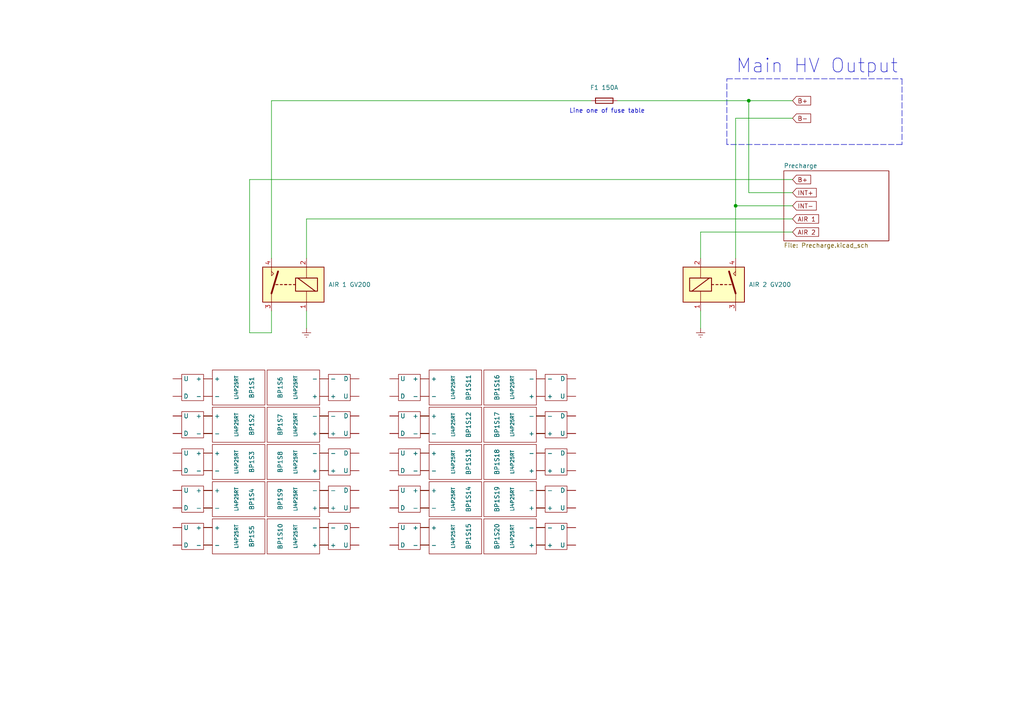
<source format=kicad_sch>
(kicad_sch (version 20211123) (generator eeschema)
  (paper "A4")
  (lib_symbols
    (symbol "AERO_Symbols:Li4P25RT"
      (property "Reference" "BP1S" (at 0 2.54 0))
      (property "Value" "Li4P25RT" (at 0 0 0))
      (symbol "Li4P25RT_0_1"
        (rectangle (start -5.08 7.62) (end 5.08 -7.62))
      )
      (symbol "Li4P25RT_1_1"
        (pin input line (at -2.54 -10.16 90) (length 2.54) (name "+") (number ""))
        (pin input line (at 2.54 -10.16 90) (length 2.54) (name "-") (number ""))
      )
    )
    (symbol "AERO_Symbols:T9VV1K15-12S" (pin_names (offset 1.016))
      (property "Reference" "K" (at 8.89 3.81 0))
      (property "Value" "T9VV1K15-12S" (at 8.89 1.27 0))
      (symbol "T9VV1K15-12S_0_0"
        (polyline (pts (xy 5.08 3.81) (xy 5.08 5.08)))
        (polyline (pts (xy 5.08 3.81) (xy 5.08 2.54) (xy 4.445 3.175) (xy 5.08 3.81)))
      )
      (symbol "T9VV1K15-12S_0_1"
        (rectangle (start -10.16 5.08) (end 7.62 -5.08) (stroke (width 0.254)) (fill (type background)))
        (rectangle (start -8.255 1.905) (end -1.905 -1.905) (stroke (width 0.254)))
        (polyline (pts (xy -7.62 -1.905) (xy -2.54 1.905)) (stroke (width 0.254)))
        (polyline (pts (xy -5.08 -5.08) (xy -5.08 -1.905)))
        (polyline (pts (xy -5.08 5.08) (xy -5.08 1.905)))
        (polyline (pts (xy -1.905 0) (xy -1.27 0)) (stroke (width 0.254)))
        (polyline (pts (xy -0.635 0) (xy 0 0)) (stroke (width 0.254)))
        (polyline (pts (xy 0.635 0) (xy 1.27 0)) (stroke (width 0.254)))
        (polyline (pts (xy 0.635 0) (xy 1.27 0)) (stroke (width 0.254)))
        (polyline (pts (xy 1.905 0) (xy 2.54 0)) (stroke (width 0.254)))
        (polyline (pts (xy 3.175 0) (xy 3.81 0)) (stroke (width 0.254)))
        (polyline (pts (xy 5.08 -2.54) (xy 3.175 3.81)) (stroke (width 0.508)))
        (polyline (pts (xy 5.08 -2.54) (xy 5.08 -5.08)))
      )
      (symbol "T9VV1K15-12S_1_1"
        (pin passive line (at -5.08 -7.62 90) (length 2.54) (name "~") (number "1"))
        (pin passive line (at -5.08 7.62 270) (length 2.54) (name "~") (number "2"))
        (pin passive line (at 5.08 -7.62 90) (length 2.54) (name "~") (number "3"))
        (pin passive line (at 5.08 7.62 270) (length 2.54) (name "~") (number "4"))
      )
    )
    (symbol "Device:Fuse" (pin_numbers hide) (pin_names (offset 0))
      (property "Reference" "F" (at 2.032 0 90))
      (property "Value" "Fuse" (at -1.905 0 90))
      (symbol "Fuse_0_1"
        (rectangle (start -0.762 -2.54) (end 0.762 2.54) (stroke (width 0.254)))
        (polyline (pts (xy 0 2.54) (xy 0 -2.54)))
      )
      (symbol "Fuse_1_1"
        (pin passive line (at 0 3.81 270) (length 1.27) (name "~") (number "1"))
        (pin passive line (at 0 -3.81 90) (length 1.27) (name "~") (number "2"))
      )
    )
    (symbol "UD_1"
      (property "Reference" "U" (at 0 0 0))
      (property "Value" "UD_1" (at 0 -2.54 0))
      (symbol "UD_1_0_1"
        (rectangle (start -3.81 2.54) (end 3.81 -3.81))
      )
      (symbol "UD_1_1_1"
        (pin input line (at 2.54 -6.35 90) (length 2.54) (name "+") (number ""))
        (pin input line (at -2.54 -6.35 90) (length 2.54) (name "-") (number ""))
        (pin input line (at -2.54 5.08 270) (length 2.54) (name "D") (number ""))
        (pin input line (at 2.54 5.08 270) (length 2.54) (name "U") (number ""))
      )
    )
    (symbol "power:Earth" (power) (pin_names (offset 0))
      (symbol "Earth_0_1"
        (polyline (pts (xy -0.635 -1.905) (xy 0.635 -1.905)))
        (polyline (pts (xy -0.127 -2.54) (xy 0.127 -2.54)))
        (polyline (pts (xy 0 -1.27) (xy 0 0)))
        (polyline (pts (xy 1.27 -1.27) (xy -1.27 -1.27)))
      )
      (symbol "Earth_1_1"
        (pin power_in line (at 0 0 270) (length 0) hide (name "Earth") (number "1"))
      )
    )
  )
  (junction (at 213.36 59.69))
  (junction (at 217.17 29.21))
  (wire (pts (xy 217.17 55.88) (xy 217.17 29.21)))
  (wire (pts (xy 155.575 131.445) (xy 158.115 131.445)))
  (wire (pts (xy 155.575 147.32) (xy 158.115 147.32)))
  (wire (pts (xy 92.71 109.855) (xy 95.25 109.855)))
  (wire (pts (xy 61.595 142.24) (xy 59.055 142.24)))
  (wire (pts (xy 61.595 136.525) (xy 59.055 136.525)))
  (wire (pts (xy 61.595 158.115) (xy 59.055 158.115)))
  (wire (pts (xy 229.87 59.69) (xy 213.36 59.69)))
  (wire (pts (xy 92.71 125.73) (xy 95.25 125.73)))
  (wire (pts (xy 88.9 63.5) (xy 88.9 74.93)))
  (wire (pts (xy 229.87 63.5) (xy 88.9 63.5)))
  (wire (pts (xy 155.575 125.73) (xy 158.115 125.73)))
  (wire (pts (xy 92.71 147.32) (xy 95.25 147.32)))
  (wire (pts (xy 92.71 158.115) (xy 95.25 158.115)))
  (wire (pts (xy 124.46 131.445) (xy 121.92 131.445)))
  (wire (pts (xy 88.9 90.17) (xy 88.9 95.25)))
  (wire (pts (xy 92.71 142.24) (xy 95.25 142.24)))
  (wire (pts (xy 203.2 90.17) (xy 203.2 95.25)))
  (wire (pts (xy 155.575 114.935) (xy 158.115 114.935)))
  (wire (pts (xy 124.46 136.525) (xy 121.92 136.525)))
  (wire (pts (xy 61.595 153.035) (xy 59.055 153.035)))
  (wire (pts (xy 92.71 153.035) (xy 95.25 153.035)))
  (wire (pts (xy 213.36 74.93) (xy 213.36 59.69)))
  (wire (pts (xy 213.36 34.29) (xy 229.87 34.29)))
  (wire (pts (xy 179.07 29.21) (xy 217.17 29.21)))
  (wire (pts (xy 155.575 136.525) (xy 158.115 136.525)))
  (wire (pts (xy 61.595 125.73) (xy 59.055 125.73)))
  (wire (pts (xy 78.74 96.52) (xy 78.74 90.17)))
  (polyline (pts (xy 210.82 41.91) (xy 210.82 22.86)))
  (wire (pts (xy 203.2 67.31) (xy 229.87 67.31)))
  (wire (pts (xy 124.46 114.935) (xy 121.92 114.935)))
  (wire (pts (xy 78.74 74.93) (xy 78.74 29.21)))
  (wire (pts (xy 124.46 153.035) (xy 121.92 153.035)))
  (wire (pts (xy 155.575 120.65) (xy 158.115 120.65)))
  (wire (pts (xy 229.87 55.88) (xy 217.17 55.88)))
  (polyline (pts (xy 210.82 22.86) (xy 261.62 22.86)))
  (polyline (pts (xy 261.62 41.91) (xy 210.82 41.91)))
  (wire (pts (xy 124.46 109.855) (xy 121.92 109.855)))
  (wire (pts (xy 155.575 153.035) (xy 158.115 153.035)))
  (wire (pts (xy 92.71 131.445) (xy 95.25 131.445)))
  (wire (pts (xy 155.575 109.855) (xy 158.115 109.855)))
  (wire (pts (xy 124.46 120.65) (xy 121.92 120.65)))
  (wire (pts (xy 217.17 29.21) (xy 229.87 29.21)))
  (wire (pts (xy 72.39 52.07) (xy 72.39 96.52)))
  (wire (pts (xy 61.595 131.445) (xy 59.055 131.445)))
  (wire (pts (xy 124.46 158.115) (xy 121.92 158.115)))
  (wire (pts (xy 78.74 29.21) (xy 171.45 29.21)))
  (wire (pts (xy 124.46 142.24) (xy 121.92 142.24)))
  (wire (pts (xy 61.595 109.855) (xy 59.055 109.855)))
  (wire (pts (xy 72.39 96.52) (xy 78.74 96.52)))
  (wire (pts (xy 229.87 52.07) (xy 72.39 52.07)))
  (wire (pts (xy 92.71 136.525) (xy 95.25 136.525)))
  (wire (pts (xy 61.595 120.65) (xy 59.055 120.65)))
  (wire (pts (xy 213.36 59.69) (xy 213.36 34.29)))
  (polyline (pts (xy 261.62 22.86) (xy 261.62 41.91)))
  (wire (pts (xy 155.575 142.24) (xy 158.115 142.24)))
  (wire (pts (xy 124.46 125.73) (xy 121.92 125.73)))
  (wire (pts (xy 203.2 74.93) (xy 203.2 67.31)))
  (wire (pts (xy 92.71 120.65) (xy 95.25 120.65)))
  (wire (pts (xy 155.575 158.115) (xy 158.115 158.115)))
  (wire (pts (xy 124.46 147.32) (xy 121.92 147.32)))
  (wire (pts (xy 61.595 114.935) (xy 59.055 114.935)))
  (wire (pts (xy 61.595 147.32) (xy 59.055 147.32)))
  (wire (pts (xy 92.71 114.935) (xy 95.25 114.935)))
  (text "Main HV Output" (at 213.36 21.59 0) (effects (font (size 4 4)) (justify left bottom)))
  (text "Line one of fuse table\n" (at 165.1 33.02 0) (effects (font (size 1.27 1.27)) (justify left bottom)))
  (global_label "AIR 1" (shape input) (at 229.87 63.5 0) (property "Intersheet References" "${INTERSHEET_REFS}" (effects hide)))
  (global_label "INT-" (shape input) (at 229.87 59.69 0) (property "Intersheet References" "${INTERSHEET_REFS}" (effects hide)))
  (global_label "B-" (shape input) (at 229.87 34.29 0) (property "Intersheet References" "${INTERSHEET_REFS}" (effects hide)))
  (global_label "B+" (shape input) (at 229.87 52.07 0) (property "Intersheet References" "${INTERSHEET_REFS}" (effects hide)))
  (global_label "B+" (shape input) (at 229.87 29.21 0) (property "Intersheet References" "${INTERSHEET_REFS}" (effects hide)))
  (global_label "INT+" (shape input) (at 229.87 55.88 0) (property "Intersheet References" "${INTERSHEET_REFS}" (effects hide)))
  (global_label "AIR 2" (shape input) (at 229.87 67.31 0) (property "Intersheet References" "${INTERSHEET_REFS}" (effects hide)))
  (symbol (lib_name "UD_1") (lib_id "AERO_Symbols:UD") (at 118.11 112.395 90) (unit 1)
    (property "Reference" "U11" (effects hide))
    (property "Value" "UD" (effects hide))
  )
  (symbol (lib_id "AERO_Symbols:Li4P25RT") (at 69.215 112.395 270) (unit 1)
    (property "Reference" "BP1S1" (at 73.025 112.395 0))
    (property "Value" "Li4P25RT" (at 68.58 112.395 0) (effects (font (size 1 1))))
  )
  (symbol (lib_name "UD_1") (lib_id "AERO_Symbols:UD") (at 55.245 112.395 90) (unit 1)
    (property "Reference" "U1" (effects hide))
    (property "Value" "UD" (effects hide))
  )
  (symbol (lib_name "UD_1") (lib_id "AERO_Symbols:UD") (at 55.245 155.575 90) (unit 1)
    (property "Reference" "U5" (effects hide))
    (property "Value" "UD" (effects hide))
  )
  (symbol (lib_name "UD_1") (lib_id "AERO_Symbols:UD") (at 55.245 144.78 90) (unit 1)
    (property "Reference" "U4" (effects hide))
    (property "Value" "UD" (effects hide))
  )
  (symbol (lib_name "UD_1") (lib_id "AERO_Symbols:UD") (at 118.11 133.985 90) (unit 1)
    (property "Reference" "U13" (effects hide))
    (property "Value" "UD" (effects hide))
  )
  (symbol (lib_id "AERO_Symbols:Li4P25RT") (at 147.955 112.395 90) (unit 1)
    (property "Reference" "BP1S16" (at 144.145 112.395 0))
    (property "Value" "Li4P25RT" (at 148.59 112.395 0) (effects (font (size 1 1))))
  )
  (symbol (lib_name "UD_1") (lib_id "AERO_Symbols:UD") (at 118.11 155.575 90) (unit 1)
    (property "Reference" "U15" (effects hide))
    (property "Value" "UD" (effects hide))
  )
  (symbol (lib_name "UD_1") (lib_id "AERO_Symbols:UD") (at 118.11 144.78 90) (unit 1)
    (property "Reference" "U14" (effects hide))
    (property "Value" "UD" (effects hide))
  )
  (symbol (lib_name "UD_1") (lib_id "AERO_Symbols:UD") (at 55.245 123.19 90) (unit 1)
    (property "Reference" "U2" (effects hide))
    (property "Value" "UD" (effects hide))
  )
  (symbol (lib_id "power:Earth") (at 88.9 95.25 0) (unit 1)
    (property "Reference" "#PWR0108" (effects hide))
    (property "Value" "Earth" (effects hide))
  )
  (symbol (lib_name "UD_1") (lib_id "AERO_Symbols:UD") (at 161.925 112.395 270) (unit 1)
    (property "Reference" "U16" (effects hide))
    (property "Value" "UD" (effects hide))
  )
  (symbol (lib_id "AERO_Symbols:Li4P25RT") (at 69.215 155.575 270) (unit 1)
    (property "Reference" "BP1S5" (at 73.025 155.575 0))
    (property "Value" "Li4P25RT" (at 68.58 155.575 0) (effects (font (size 1 1))))
  )
  (symbol (lib_id "AERO_Symbols:Li4P25RT") (at 132.08 155.575 270) (unit 1)
    (property "Reference" "BP1S15" (at 135.89 155.575 0))
    (property "Value" "Li4P25RT" (at 131.445 155.575 0) (effects (font (size 1 1))))
  )
  (symbol (lib_name "UD_1") (lib_id "AERO_Symbols:UD") (at 161.925 133.985 270) (unit 1)
    (property "Reference" "U18" (effects hide))
    (property "Value" "UD" (effects hide))
  )
  (symbol (lib_name "UD_1") (lib_id "AERO_Symbols:UD") (at 99.06 112.395 270) (unit 1)
    (property "Reference" "U6" (effects hide))
    (property "Value" "UD" (effects hide))
  )
  (symbol (lib_id "AERO_Symbols:Li4P25RT") (at 85.09 144.78 90) (unit 1)
    (property "Reference" "BP1S9" (at 81.28 144.78 0))
    (property "Value" "Li4P25RT" (at 85.725 144.78 0) (effects (font (size 1 1))))
  )
  (symbol (lib_id "AERO_Symbols:Li4P25RT") (at 69.215 133.985 270) (unit 1)
    (property "Reference" "BP1S3" (at 73.025 133.985 0))
    (property "Value" "Li4P25RT" (at 68.58 133.985 0) (effects (font (size 1 1))))
  )
  (symbol (lib_id "AERO_Symbols:Li4P25RT") (at 85.09 155.575 90) (unit 1)
    (property "Reference" "BP1S10" (at 81.28 155.575 0))
    (property "Value" "Li4P25RT" (at 85.725 155.575 0) (effects (font (size 1 1))))
  )
  (symbol (lib_name "UD_1") (lib_id "AERO_Symbols:UD") (at 161.925 155.575 270) (unit 1)
    (property "Reference" "U20" (effects hide))
    (property "Value" "UD" (effects hide))
  )
  (symbol (lib_id "AERO_Symbols:Li4P25RT") (at 85.09 133.985 90) (unit 1)
    (property "Reference" "BP1S8" (at 81.28 133.985 0))
    (property "Value" "Li4P25RT" (at 85.725 133.985 0) (effects (font (size 1 1))))
  )
  (symbol (lib_id "AERO_Symbols:Li4P25RT") (at 147.955 144.78 90) (unit 1)
    (property "Reference" "BP1S19" (at 144.145 144.78 0))
    (property "Value" "Li4P25RT" (at 148.59 144.78 0) (effects (font (size 1 1))))
  )
  (symbol (lib_name "UD_1") (lib_id "AERO_Symbols:UD") (at 99.06 155.575 270) (unit 1)
    (property "Reference" "U10" (effects hide))
    (property "Value" "UD" (effects hide))
  )
  (symbol (lib_id "AERO_Symbols:Li4P25RT") (at 85.09 123.19 90) (unit 1)
    (property "Reference" "BP1S7" (at 81.28 123.19 0))
    (property "Value" "Li4P25RT" (at 85.725 123.19 0) (effects (font (size 1 1))))
  )
  (symbol (lib_id "AERO_Symbols:T9VV1K15-12S") (at 83.82 82.55 0) (mirror y) (unit 1)
    (property "Reference" "K4" (effects hide))
    (property "Value" "AIR 1 GV200" (at 95.25 82.5499 0) (effects (justify right)))
    (property "Footprint" "AERO-footprints:RELAY_T9VV1K15-12S" (effects hide))
    (property "Datasheet" "https://www.te.com/commerce/DocumentDelivery/DDEController?Action=srchrtrv&DocNm=Power_PCB_Relay_T9V_Solar&DocType=DS&DocLang=English" (effects hide))
  )
  (symbol (lib_id "AERO_Symbols:Li4P25RT") (at 147.955 133.985 90) (unit 1)
    (property "Reference" "BP1S18" (at 144.145 133.985 0))
    (property "Value" "Li4P25RT" (at 148.59 133.985 0) (effects (font (size 1 1))))
  )
  (symbol (lib_id "AERO_Symbols:Li4P25RT") (at 132.08 133.985 270) (unit 1)
    (property "Reference" "BP1S13" (at 135.89 133.985 0))
    (property "Value" "Li4P25RT" (at 131.445 133.985 0) (effects (font (size 1 1))))
  )
  (symbol (lib_name "UD_1") (lib_id "AERO_Symbols:UD") (at 55.245 133.985 90) (unit 1)
    (property "Reference" "U3" (effects hide))
    (property "Value" "UD" (effects hide))
  )
  (symbol (lib_name "UD_1") (lib_id "AERO_Symbols:UD") (at 161.925 123.19 270) (unit 1)
    (property "Reference" "U17" (effects hide))
    (property "Value" "UD" (effects hide))
  )
  (symbol (lib_name "UD_1") (lib_id "AERO_Symbols:UD") (at 99.06 133.985 270) (unit 1)
    (property "Reference" "U8" (effects hide))
    (property "Value" "UD" (effects hide))
  )
  (symbol (lib_id "AERO_Symbols:T9VV1K15-12S") (at 208.28 82.55 0) (unit 1)
    (property "Reference" "K5" (effects hide))
    (property "Value" "AIR 2 GV200" (at 217.17 82.5499 0) (effects (justify left)))
    (property "Footprint" "AERO-footprints:RELAY_T9VV1K15-12S" (effects hide))
    (property "Datasheet" "https://www.te.com/commerce/DocumentDelivery/DDEController?Action=srchrtrv&DocNm=Power_PCB_Relay_T9V_Solar&DocType=DS&DocLang=English" (effects hide))
  )
  (symbol (lib_id "AERO_Symbols:Li4P25RT") (at 85.09 112.395 90) (unit 1)
    (property "Reference" "BP1S6" (at 81.28 112.395 0))
    (property "Value" "Li4P25RT" (at 85.725 112.395 0) (effects (font (size 1 1))))
  )
  (symbol (lib_id "AERO_Symbols:Li4P25RT") (at 147.955 155.575 90) (unit 1)
    (property "Reference" "BP1S20" (at 144.145 155.575 0))
    (property "Value" "Li4P25RT" (at 148.59 155.575 0) (effects (font (size 1 1))))
  )
  (symbol (lib_id "AERO_Symbols:Li4P25RT") (at 69.215 123.19 270) (unit 1)
    (property "Reference" "BP1S2" (at 73.025 123.19 0))
    (property "Value" "Li4P25RT" (at 68.58 123.19 0) (effects (font (size 1 1))))
  )
  (symbol (lib_id "Device:Fuse") (at 175.26 29.21 90) (unit 1)
    (property "Reference" "F3" (effects hide))
    (property "Value" "F1 150A" (at 175.26 25.4 90))
  )
  (symbol (lib_name "UD_1") (lib_id "AERO_Symbols:UD") (at 99.06 144.78 270) (unit 1)
    (property "Reference" "U9" (effects hide))
    (property "Value" "UD" (effects hide))
  )
  (symbol (lib_name "UD_1") (lib_id "AERO_Symbols:UD") (at 161.925 144.78 270) (unit 1)
    (property "Reference" "U19" (effects hide))
    (property "Value" "UD" (effects hide))
  )
  (symbol (lib_id "AERO_Symbols:Li4P25RT") (at 132.08 112.395 270) (unit 1)
    (property "Reference" "BP1S11" (at 135.89 112.395 0))
    (property "Value" "Li4P25RT" (at 131.445 112.395 0) (effects (font (size 1 1))))
  )
  (symbol (lib_name "UD_1") (lib_id "AERO_Symbols:UD") (at 99.06 123.19 270) (unit 1)
    (property "Reference" "U7" (effects hide))
    (property "Value" "UD" (effects hide))
  )
  (symbol (lib_id "AERO_Symbols:Li4P25RT") (at 147.955 123.19 90) (unit 1)
    (property "Reference" "BP1S17" (at 144.145 123.19 0))
    (property "Value" "Li4P25RT" (at 148.59 123.19 0) (effects (font (size 1 1))))
  )
  (symbol (lib_id "AERO_Symbols:Li4P25RT") (at 132.08 144.78 270) (unit 1)
    (property "Reference" "BP1S14" (at 135.89 144.78 0))
    (property "Value" "Li4P25RT" (at 131.445 144.78 0) (effects (font (size 1 1))))
  )
  (symbol (lib_id "power:Earth") (at 203.2 95.25 0) (unit 1)
    (property "Reference" "#PWR0107" (effects hide))
    (property "Value" "Earth" (effects hide))
  )
  (symbol (lib_id "AERO_Symbols:Li4P25RT") (at 69.215 144.78 270) (unit 1)
    (property "Reference" "BP1S4" (at 73.025 144.78 0))
    (property "Value" "Li4P25RT" (at 68.58 144.78 0) (effects (font (size 1 1))))
  )
  (symbol (lib_name "UD_1") (lib_id "AERO_Symbols:UD") (at 118.11 123.19 90) (unit 1)
    (property "Reference" "U12" (effects hide))
    (property "Value" "UD" (effects hide))
  )
  (symbol (lib_id "AERO_Symbols:Li4P25RT") (at 132.08 123.19 270) (unit 1)
    (property "Reference" "BP1S12" (at 135.89 123.19 0))
    (property "Value" "Li4P25RT" (at 131.445 123.19 0) (effects (font (size 1 1))))
  )
  (sheet (at 227.33 49.53) (size 30.48 20.32) (stroke (width 0.1524))
    (property "Sheet name" "Precharge" (at 227.33 48.8184 0) (effects (justify left bottom)))
    (property "Sheet file" "Precharge.kicad_sch" (at 227.33 70.4346 0) (effects (justify left top)))
  )
)
</source>
